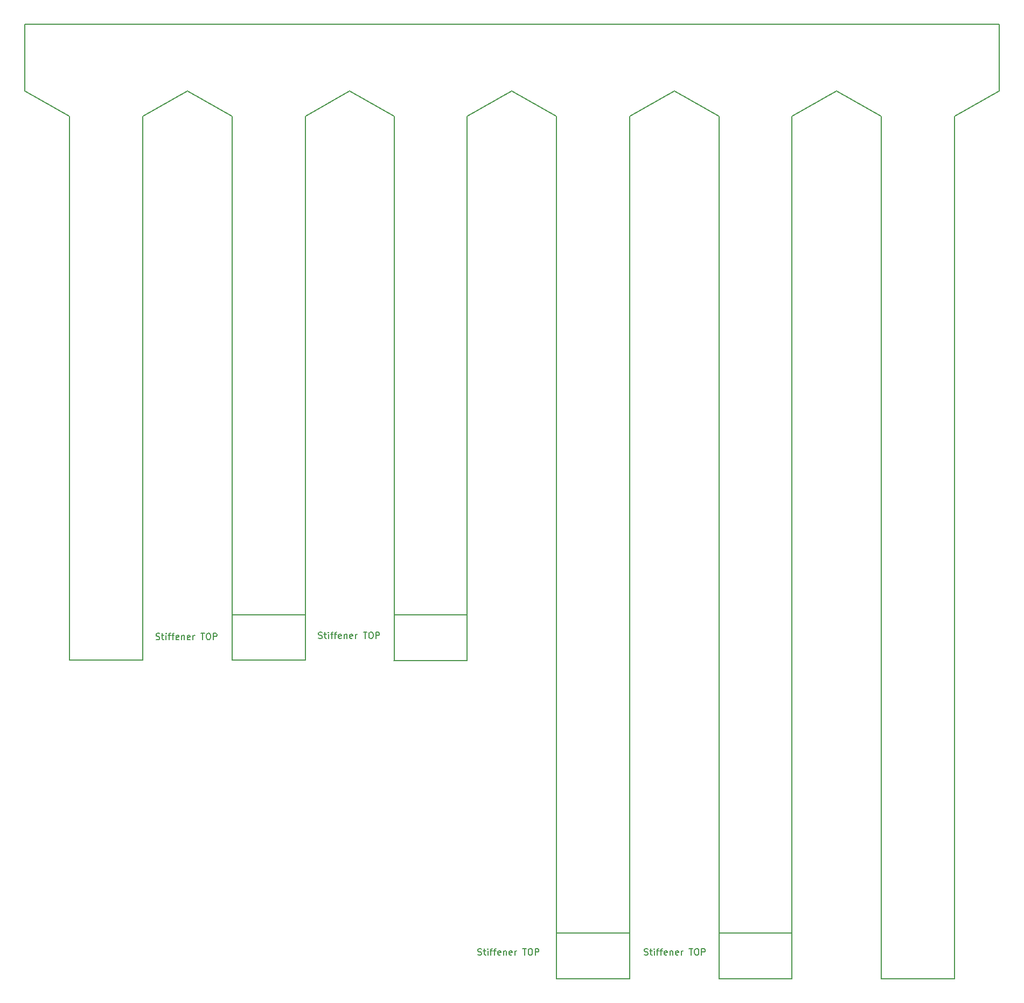
<source format=gbr>
%TF.GenerationSoftware,KiCad,Pcbnew,5.1.5+dfsg1-2~bpo10+1*%
%TF.CreationDate,2020-08-19T00:00:04+02:00*%
%TF.ProjectId,antmicro-alvium-flex-csi-adapter,616e746d-6963-4726-9f2d-616c7669756d,1.0.1*%
%TF.SameCoordinates,Original*%
%TF.FileFunction,Other,Fab,Top*%
%FSLAX46Y46*%
G04 Gerber Fmt 4.6, Leading zero omitted, Abs format (unit mm)*
G04 Created by KiCad (PCBNEW 5.1.5+dfsg1-2~bpo10+1) date 2020-08-19 00:00:04 commit e5c3baf*
%MOMM*%
%LPD*%
G04 APERTURE LIST*
%ADD10C,0.150000*%
G04 APERTURE END LIST*
D10*
X270932500Y-214832000D02*
X259532500Y-214832000D01*
X285016000Y-214846000D02*
X296516000Y-214846000D01*
X303536000Y-64736000D02*
X303536000Y-75260000D01*
X278009000Y-75260000D02*
X285016000Y-79260000D01*
X296516000Y-79260000D02*
X303536000Y-75260000D01*
X285016000Y-214846000D02*
X285016000Y-79260000D01*
X296516000Y-214846000D02*
X296516000Y-79260000D01*
X168952000Y-79250000D02*
X175929000Y-75250000D01*
X150402000Y-64736000D02*
X150402000Y-75250000D01*
X157452000Y-164786000D02*
X168952000Y-164786000D01*
X157452000Y-164786000D02*
X157452000Y-79250000D01*
X168952000Y-164786000D02*
X168952000Y-79250000D01*
X150402000Y-75250000D02*
X157452000Y-79250000D01*
X233949000Y-214846000D02*
X233949000Y-79260000D01*
X245389000Y-214836000D02*
X233989000Y-214836000D01*
X247763285Y-211090761D02*
X247906142Y-211138380D01*
X248144238Y-211138380D01*
X248239476Y-211090761D01*
X248287095Y-211043142D01*
X248334714Y-210947904D01*
X248334714Y-210852666D01*
X248287095Y-210757428D01*
X248239476Y-210709809D01*
X248144238Y-210662190D01*
X247953761Y-210614571D01*
X247858523Y-210566952D01*
X247810904Y-210519333D01*
X247763285Y-210424095D01*
X247763285Y-210328857D01*
X247810904Y-210233619D01*
X247858523Y-210186000D01*
X247953761Y-210138380D01*
X248191857Y-210138380D01*
X248334714Y-210186000D01*
X248620428Y-210471714D02*
X249001380Y-210471714D01*
X248763285Y-210138380D02*
X248763285Y-210995523D01*
X248810904Y-211090761D01*
X248906142Y-211138380D01*
X249001380Y-211138380D01*
X249334714Y-211138380D02*
X249334714Y-210471714D01*
X249334714Y-210138380D02*
X249287095Y-210186000D01*
X249334714Y-210233619D01*
X249382333Y-210186000D01*
X249334714Y-210138380D01*
X249334714Y-210233619D01*
X249668047Y-210471714D02*
X250049000Y-210471714D01*
X249810904Y-211138380D02*
X249810904Y-210281238D01*
X249858523Y-210186000D01*
X249953761Y-210138380D01*
X250049000Y-210138380D01*
X250239476Y-210471714D02*
X250620428Y-210471714D01*
X250382333Y-211138380D02*
X250382333Y-210281238D01*
X250429952Y-210186000D01*
X250525190Y-210138380D01*
X250620428Y-210138380D01*
X251334714Y-211090761D02*
X251239476Y-211138380D01*
X251049000Y-211138380D01*
X250953761Y-211090761D01*
X250906142Y-210995523D01*
X250906142Y-210614571D01*
X250953761Y-210519333D01*
X251049000Y-210471714D01*
X251239476Y-210471714D01*
X251334714Y-210519333D01*
X251382333Y-210614571D01*
X251382333Y-210709809D01*
X250906142Y-210805047D01*
X251810904Y-210471714D02*
X251810904Y-211138380D01*
X251810904Y-210566952D02*
X251858523Y-210519333D01*
X251953761Y-210471714D01*
X252096619Y-210471714D01*
X252191857Y-210519333D01*
X252239476Y-210614571D01*
X252239476Y-211138380D01*
X253096619Y-211090761D02*
X253001380Y-211138380D01*
X252810904Y-211138380D01*
X252715666Y-211090761D01*
X252668047Y-210995523D01*
X252668047Y-210614571D01*
X252715666Y-210519333D01*
X252810904Y-210471714D01*
X253001380Y-210471714D01*
X253096619Y-210519333D01*
X253144238Y-210614571D01*
X253144238Y-210709809D01*
X252668047Y-210805047D01*
X253572809Y-211138380D02*
X253572809Y-210471714D01*
X253572809Y-210662190D02*
X253620428Y-210566952D01*
X253668047Y-210519333D01*
X253763285Y-210471714D01*
X253858523Y-210471714D01*
X254810904Y-210138380D02*
X255382333Y-210138380D01*
X255096619Y-211138380D02*
X255096619Y-210138380D01*
X255906142Y-210138380D02*
X256096619Y-210138380D01*
X256191857Y-210186000D01*
X256287095Y-210281238D01*
X256334714Y-210471714D01*
X256334714Y-210805047D01*
X256287095Y-210995523D01*
X256191857Y-211090761D01*
X256096619Y-211138380D01*
X255906142Y-211138380D01*
X255810904Y-211090761D01*
X255715666Y-210995523D01*
X255668047Y-210805047D01*
X255668047Y-210471714D01*
X255715666Y-210281238D01*
X255810904Y-210186000D01*
X255906142Y-210138380D01*
X256763285Y-211138380D02*
X256763285Y-210138380D01*
X257144238Y-210138380D01*
X257239476Y-210186000D01*
X257287095Y-210233619D01*
X257334714Y-210328857D01*
X257334714Y-210471714D01*
X257287095Y-210566952D01*
X257239476Y-210614571D01*
X257144238Y-210662190D01*
X256763285Y-210662190D01*
X221613285Y-211090761D02*
X221756142Y-211138380D01*
X221994238Y-211138380D01*
X222089476Y-211090761D01*
X222137095Y-211043142D01*
X222184714Y-210947904D01*
X222184714Y-210852666D01*
X222137095Y-210757428D01*
X222089476Y-210709809D01*
X221994238Y-210662190D01*
X221803761Y-210614571D01*
X221708523Y-210566952D01*
X221660904Y-210519333D01*
X221613285Y-210424095D01*
X221613285Y-210328857D01*
X221660904Y-210233619D01*
X221708523Y-210186000D01*
X221803761Y-210138380D01*
X222041857Y-210138380D01*
X222184714Y-210186000D01*
X222470428Y-210471714D02*
X222851380Y-210471714D01*
X222613285Y-210138380D02*
X222613285Y-210995523D01*
X222660904Y-211090761D01*
X222756142Y-211138380D01*
X222851380Y-211138380D01*
X223184714Y-211138380D02*
X223184714Y-210471714D01*
X223184714Y-210138380D02*
X223137095Y-210186000D01*
X223184714Y-210233619D01*
X223232333Y-210186000D01*
X223184714Y-210138380D01*
X223184714Y-210233619D01*
X223518047Y-210471714D02*
X223899000Y-210471714D01*
X223660904Y-211138380D02*
X223660904Y-210281238D01*
X223708523Y-210186000D01*
X223803761Y-210138380D01*
X223899000Y-210138380D01*
X224089476Y-210471714D02*
X224470428Y-210471714D01*
X224232333Y-211138380D02*
X224232333Y-210281238D01*
X224279952Y-210186000D01*
X224375190Y-210138380D01*
X224470428Y-210138380D01*
X225184714Y-211090761D02*
X225089476Y-211138380D01*
X224899000Y-211138380D01*
X224803761Y-211090761D01*
X224756142Y-210995523D01*
X224756142Y-210614571D01*
X224803761Y-210519333D01*
X224899000Y-210471714D01*
X225089476Y-210471714D01*
X225184714Y-210519333D01*
X225232333Y-210614571D01*
X225232333Y-210709809D01*
X224756142Y-210805047D01*
X225660904Y-210471714D02*
X225660904Y-211138380D01*
X225660904Y-210566952D02*
X225708523Y-210519333D01*
X225803761Y-210471714D01*
X225946619Y-210471714D01*
X226041857Y-210519333D01*
X226089476Y-210614571D01*
X226089476Y-211138380D01*
X226946619Y-211090761D02*
X226851380Y-211138380D01*
X226660904Y-211138380D01*
X226565666Y-211090761D01*
X226518047Y-210995523D01*
X226518047Y-210614571D01*
X226565666Y-210519333D01*
X226660904Y-210471714D01*
X226851380Y-210471714D01*
X226946619Y-210519333D01*
X226994238Y-210614571D01*
X226994238Y-210709809D01*
X226518047Y-210805047D01*
X227422809Y-211138380D02*
X227422809Y-210471714D01*
X227422809Y-210662190D02*
X227470428Y-210566952D01*
X227518047Y-210519333D01*
X227613285Y-210471714D01*
X227708523Y-210471714D01*
X228660904Y-210138380D02*
X229232333Y-210138380D01*
X228946619Y-211138380D02*
X228946619Y-210138380D01*
X229756142Y-210138380D02*
X229946619Y-210138380D01*
X230041857Y-210186000D01*
X230137095Y-210281238D01*
X230184714Y-210471714D01*
X230184714Y-210805047D01*
X230137095Y-210995523D01*
X230041857Y-211090761D01*
X229946619Y-211138380D01*
X229756142Y-211138380D01*
X229660904Y-211090761D01*
X229565666Y-210995523D01*
X229518047Y-210805047D01*
X229518047Y-210471714D01*
X229565666Y-210281238D01*
X229660904Y-210186000D01*
X229756142Y-210138380D01*
X230613285Y-211138380D02*
X230613285Y-210138380D01*
X230994238Y-210138380D01*
X231089476Y-210186000D01*
X231137095Y-210233619D01*
X231184714Y-210328857D01*
X231184714Y-210471714D01*
X231137095Y-210566952D01*
X231089476Y-210614571D01*
X230994238Y-210662190D01*
X230613285Y-210662190D01*
X270909000Y-207636000D02*
X259509000Y-207636000D01*
X245389000Y-207636000D02*
X233989000Y-207636000D01*
X219929000Y-164836000D02*
X208419000Y-164836000D01*
X196563285Y-161310761D02*
X196706142Y-161358380D01*
X196944238Y-161358380D01*
X197039476Y-161310761D01*
X197087095Y-161263142D01*
X197134714Y-161167904D01*
X197134714Y-161072666D01*
X197087095Y-160977428D01*
X197039476Y-160929809D01*
X196944238Y-160882190D01*
X196753761Y-160834571D01*
X196658523Y-160786952D01*
X196610904Y-160739333D01*
X196563285Y-160644095D01*
X196563285Y-160548857D01*
X196610904Y-160453619D01*
X196658523Y-160406000D01*
X196753761Y-160358380D01*
X196991857Y-160358380D01*
X197134714Y-160406000D01*
X197420428Y-160691714D02*
X197801380Y-160691714D01*
X197563285Y-160358380D02*
X197563285Y-161215523D01*
X197610904Y-161310761D01*
X197706142Y-161358380D01*
X197801380Y-161358380D01*
X198134714Y-161358380D02*
X198134714Y-160691714D01*
X198134714Y-160358380D02*
X198087095Y-160406000D01*
X198134714Y-160453619D01*
X198182333Y-160406000D01*
X198134714Y-160358380D01*
X198134714Y-160453619D01*
X198468047Y-160691714D02*
X198849000Y-160691714D01*
X198610904Y-161358380D02*
X198610904Y-160501238D01*
X198658523Y-160406000D01*
X198753761Y-160358380D01*
X198849000Y-160358380D01*
X199039476Y-160691714D02*
X199420428Y-160691714D01*
X199182333Y-161358380D02*
X199182333Y-160501238D01*
X199229952Y-160406000D01*
X199325190Y-160358380D01*
X199420428Y-160358380D01*
X200134714Y-161310761D02*
X200039476Y-161358380D01*
X199849000Y-161358380D01*
X199753761Y-161310761D01*
X199706142Y-161215523D01*
X199706142Y-160834571D01*
X199753761Y-160739333D01*
X199849000Y-160691714D01*
X200039476Y-160691714D01*
X200134714Y-160739333D01*
X200182333Y-160834571D01*
X200182333Y-160929809D01*
X199706142Y-161025047D01*
X200610904Y-160691714D02*
X200610904Y-161358380D01*
X200610904Y-160786952D02*
X200658523Y-160739333D01*
X200753761Y-160691714D01*
X200896619Y-160691714D01*
X200991857Y-160739333D01*
X201039476Y-160834571D01*
X201039476Y-161358380D01*
X201896619Y-161310761D02*
X201801380Y-161358380D01*
X201610904Y-161358380D01*
X201515666Y-161310761D01*
X201468047Y-161215523D01*
X201468047Y-160834571D01*
X201515666Y-160739333D01*
X201610904Y-160691714D01*
X201801380Y-160691714D01*
X201896619Y-160739333D01*
X201944238Y-160834571D01*
X201944238Y-160929809D01*
X201468047Y-161025047D01*
X202372809Y-161358380D02*
X202372809Y-160691714D01*
X202372809Y-160882190D02*
X202420428Y-160786952D01*
X202468047Y-160739333D01*
X202563285Y-160691714D01*
X202658523Y-160691714D01*
X203610904Y-160358380D02*
X204182333Y-160358380D01*
X203896619Y-161358380D02*
X203896619Y-160358380D01*
X204706142Y-160358380D02*
X204896619Y-160358380D01*
X204991857Y-160406000D01*
X205087095Y-160501238D01*
X205134714Y-160691714D01*
X205134714Y-161025047D01*
X205087095Y-161215523D01*
X204991857Y-161310761D01*
X204896619Y-161358380D01*
X204706142Y-161358380D01*
X204610904Y-161310761D01*
X204515666Y-161215523D01*
X204468047Y-161025047D01*
X204468047Y-160691714D01*
X204515666Y-160501238D01*
X204610904Y-160406000D01*
X204706142Y-160358380D01*
X205563285Y-161358380D02*
X205563285Y-160358380D01*
X205944238Y-160358380D01*
X206039476Y-160406000D01*
X206087095Y-160453619D01*
X206134714Y-160548857D01*
X206134714Y-160691714D01*
X206087095Y-160786952D01*
X206039476Y-160834571D01*
X205944238Y-160882190D01*
X205563285Y-160882190D01*
X219839000Y-157636000D02*
X208439000Y-157636000D01*
X171013285Y-161490761D02*
X171156142Y-161538380D01*
X171394238Y-161538380D01*
X171489476Y-161490761D01*
X171537095Y-161443142D01*
X171584714Y-161347904D01*
X171584714Y-161252666D01*
X171537095Y-161157428D01*
X171489476Y-161109809D01*
X171394238Y-161062190D01*
X171203761Y-161014571D01*
X171108523Y-160966952D01*
X171060904Y-160919333D01*
X171013285Y-160824095D01*
X171013285Y-160728857D01*
X171060904Y-160633619D01*
X171108523Y-160586000D01*
X171203761Y-160538380D01*
X171441857Y-160538380D01*
X171584714Y-160586000D01*
X171870428Y-160871714D02*
X172251380Y-160871714D01*
X172013285Y-160538380D02*
X172013285Y-161395523D01*
X172060904Y-161490761D01*
X172156142Y-161538380D01*
X172251380Y-161538380D01*
X172584714Y-161538380D02*
X172584714Y-160871714D01*
X172584714Y-160538380D02*
X172537095Y-160586000D01*
X172584714Y-160633619D01*
X172632333Y-160586000D01*
X172584714Y-160538380D01*
X172584714Y-160633619D01*
X172918047Y-160871714D02*
X173299000Y-160871714D01*
X173060904Y-161538380D02*
X173060904Y-160681238D01*
X173108523Y-160586000D01*
X173203761Y-160538380D01*
X173299000Y-160538380D01*
X173489476Y-160871714D02*
X173870428Y-160871714D01*
X173632333Y-161538380D02*
X173632333Y-160681238D01*
X173679952Y-160586000D01*
X173775190Y-160538380D01*
X173870428Y-160538380D01*
X174584714Y-161490761D02*
X174489476Y-161538380D01*
X174299000Y-161538380D01*
X174203761Y-161490761D01*
X174156142Y-161395523D01*
X174156142Y-161014571D01*
X174203761Y-160919333D01*
X174299000Y-160871714D01*
X174489476Y-160871714D01*
X174584714Y-160919333D01*
X174632333Y-161014571D01*
X174632333Y-161109809D01*
X174156142Y-161205047D01*
X175060904Y-160871714D02*
X175060904Y-161538380D01*
X175060904Y-160966952D02*
X175108523Y-160919333D01*
X175203761Y-160871714D01*
X175346619Y-160871714D01*
X175441857Y-160919333D01*
X175489476Y-161014571D01*
X175489476Y-161538380D01*
X176346619Y-161490761D02*
X176251380Y-161538380D01*
X176060904Y-161538380D01*
X175965666Y-161490761D01*
X175918047Y-161395523D01*
X175918047Y-161014571D01*
X175965666Y-160919333D01*
X176060904Y-160871714D01*
X176251380Y-160871714D01*
X176346619Y-160919333D01*
X176394238Y-161014571D01*
X176394238Y-161109809D01*
X175918047Y-161205047D01*
X176822809Y-161538380D02*
X176822809Y-160871714D01*
X176822809Y-161062190D02*
X176870428Y-160966952D01*
X176918047Y-160919333D01*
X177013285Y-160871714D01*
X177108523Y-160871714D01*
X178060904Y-160538380D02*
X178632333Y-160538380D01*
X178346619Y-161538380D02*
X178346619Y-160538380D01*
X179156142Y-160538380D02*
X179346619Y-160538380D01*
X179441857Y-160586000D01*
X179537095Y-160681238D01*
X179584714Y-160871714D01*
X179584714Y-161205047D01*
X179537095Y-161395523D01*
X179441857Y-161490761D01*
X179346619Y-161538380D01*
X179156142Y-161538380D01*
X179060904Y-161490761D01*
X178965666Y-161395523D01*
X178918047Y-161205047D01*
X178918047Y-160871714D01*
X178965666Y-160681238D01*
X179060904Y-160586000D01*
X179156142Y-160538380D01*
X180013285Y-161538380D02*
X180013285Y-160538380D01*
X180394238Y-160538380D01*
X180489476Y-160586000D01*
X180537095Y-160633619D01*
X180584714Y-160728857D01*
X180584714Y-160871714D01*
X180537095Y-160966952D01*
X180489476Y-161014571D01*
X180394238Y-161062190D01*
X180013285Y-161062190D01*
X194489000Y-164776000D02*
X182979000Y-164776000D01*
X194429000Y-157636000D02*
X183029000Y-157636000D01*
X150409500Y-64736000D02*
X303508000Y-64718000D01*
X252469000Y-75260000D02*
X259489000Y-79260000D01*
X270989000Y-214846000D02*
X270989000Y-79260000D01*
X259489000Y-214846000D02*
X270989000Y-214846000D01*
X259489000Y-214846000D02*
X259489000Y-79260000D01*
X270989000Y-79260000D02*
X278009000Y-75260000D01*
X226949000Y-75250000D02*
X233949000Y-79260000D01*
X233949000Y-214846000D02*
X245449000Y-214846000D01*
X245449000Y-214846000D02*
X245449000Y-79260000D01*
X245449000Y-79260000D02*
X252469000Y-75260000D01*
X208429000Y-79250000D02*
X201429000Y-75250000D01*
X219929000Y-79250000D02*
X226949000Y-75250000D01*
X208429000Y-164836000D02*
X208429000Y-79250000D01*
X219929000Y-164836000D02*
X219929000Y-79250000D01*
X208429000Y-164836000D02*
X219929000Y-164836000D01*
X194479000Y-79250000D02*
X201429000Y-75250000D01*
X175929000Y-75250000D02*
X182979000Y-79250000D01*
X194479000Y-164786000D02*
X194479000Y-79250000D01*
X182979000Y-164786000D02*
X182979000Y-79250000D01*
X182979000Y-164786000D02*
X194479000Y-164786000D01*
X150402000Y-64736000D02*
X303536000Y-64736000D01*
M02*

</source>
